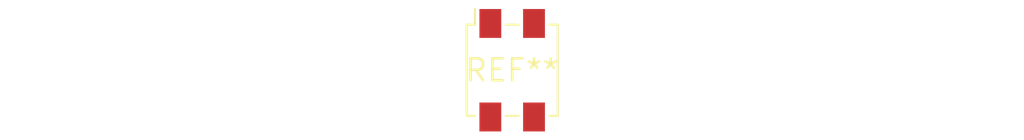
<source format=kicad_pcb>
(kicad_pcb (version 20240108) (generator pcbnew)
  (layers (0 "F.Cu" signal) (31 "B.Cu" signal) (34 "B.Paste" user) (35 "F.Paste" user) (36 "B.SilkS" user "B.Silkscreen") (37 "F.SilkS" user "F.Silkscreen") (38 "B.Mask" user) (39 "F.Mask" user) (44 "Edge.Cuts" user))
  (net 0 "")
  (footprint "Samtec_HLE-102-02-xxx-DV-BE_2x02_P2.54mm_Horizontal" (layer "F.Cu") (at 0 0)
    (property "Reference" "REF**")
    (property "Value" "Samtec_HLE-102-02-xxx-DV-BE_2x02_P2.54mm_Horizontal")
    (fp_line (start -2.65 -2.65) (end -2.65 2.65) (layer "F.SilkS") (stroke (width 0.12)))
    (fp_line (start -2.65 2.65) (end -2.165 2.65) (layer "F.SilkS") (stroke (width 0.12)))
    (fp_line (start -2.165 -3.56) (end -2.165 -2.65) (layer "F.SilkS") (stroke (width 0.12)))
    (fp_line (start -2.165 -2.65) (end -2.65 -2.65) (layer "F.SilkS") (stroke (width 0.12)))
    (fp_line (start -0.375 -2.65) (end 0.375 -2.65) (layer "F.SilkS") (stroke (width 0.12)))
    (fp_line (start -0.375 2.65) (end 0.375 2.65) (layer "F.SilkS") (stroke (width 0.12)))
    (fp_line (start 2.165 -2.65) (end 2.65 -2.65) (layer "F.SilkS") (stroke (width 0.12)))
    (fp_line (start 2.65 -2.65) (end 2.65 2.65) (layer "F.SilkS") (stroke (width 0.12)))
    (fp_line (start 2.65 2.65) (end 2.165 2.65) (layer "F.SilkS") (stroke (width 0.12)))
    (pad "" np_thru_hole circle (at -1.27 -1.27) (size 0.97 0.97) (drill 0.97) (layers *.Cu *.Mask))
    (pad "" np_thru_hole circle (at -1.27 1.27) (size 0.97 0.97) (drill 0.97) (layers *.Cu *.Mask))
    (pad "" np_thru_hole circle (at 1.27 -1.27) (size 0.97 0.97) (drill 0.97) (layers *.Cu *.Mask))
    (pad "" np_thru_hole circle (at 1.27 1.27) (size 0.97 0.97) (drill 0.97) (layers *.Cu *.Mask))
    (pad "1" smd rect (at -1.27 -2.72) (size 1.27 1.68) (layers "F.Cu" "F.Paste" "F.Mask"))
    (pad "2" smd rect (at -1.27 2.72) (size 1.27 1.68) (layers "F.Cu" "F.Paste" "F.Mask"))
    (pad "3" smd rect (at 1.27 -2.72) (size 1.27 1.68) (layers "F.Cu" "F.Paste" "F.Mask"))
    (pad "4" smd rect (at 1.27 2.72) (size 1.27 1.68) (layers "F.Cu" "F.Paste" "F.Mask"))
  )
)
</source>
